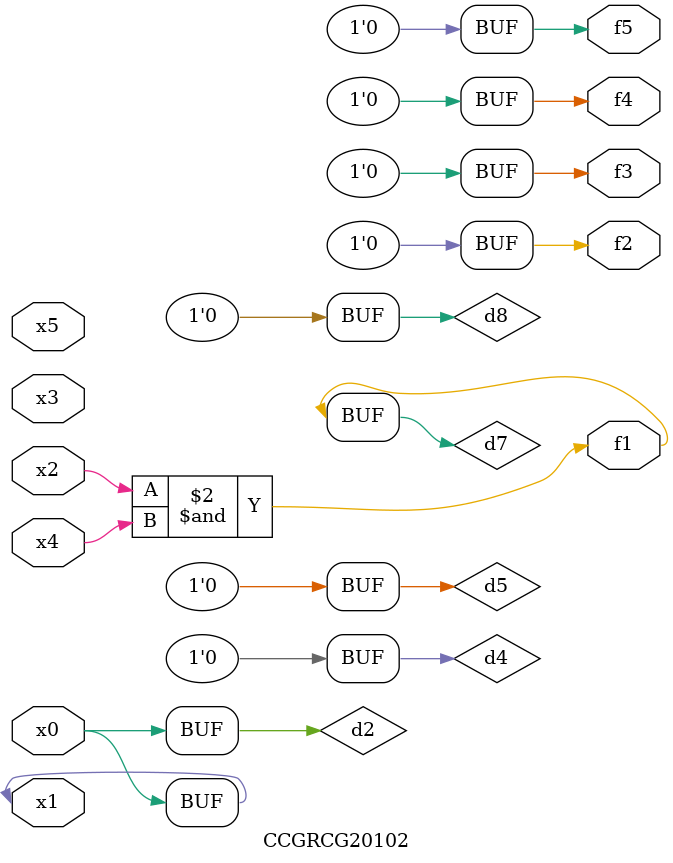
<source format=v>
module CCGRCG20102(
	input x0, x1, x2, x3, x4, x5,
	output f1, f2, f3, f4, f5
);

	wire d1, d2, d3, d4, d5, d6, d7, d8, d9;

	nand (d1, x1);
	buf (d2, x0, x1);
	nand (d3, x2, x4);
	and (d4, d1, d2);
	and (d5, d1, d2);
	nand (d6, d1, d3);
	not (d7, d3);
	xor (d8, d5);
	nor (d9, d5, d6);
	assign f1 = d7;
	assign f2 = d8;
	assign f3 = d8;
	assign f4 = d8;
	assign f5 = d8;
endmodule

</source>
